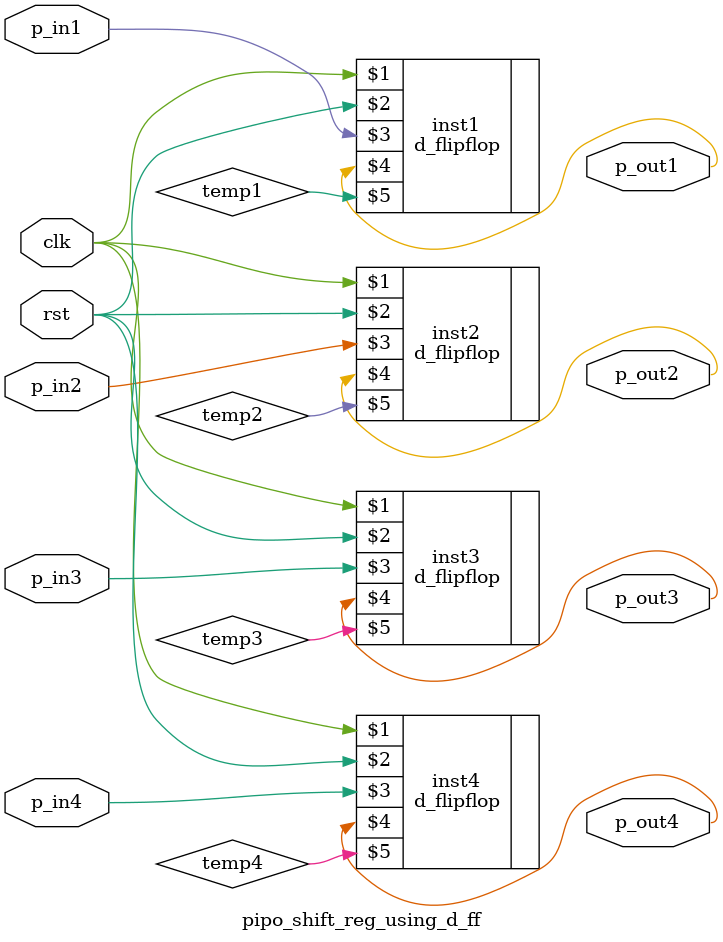
<source format=v>
module pipo_shift_reg_using_d_ff(input clk,rst,p_in1,p_in2,p_in3,p_in4,output p_out1,p_out2,p_out3,p_out4);
	
	d_flipflop inst1(clk,rst,p_in1,p_out1,temp1);
	d_flipflop inst2(clk,rst,p_in2,p_out2,temp2);
	d_flipflop inst3(clk,rst,p_in3,p_out3,temp3);
	d_flipflop inst4(clk,rst,p_in4,p_out4,temp4);
endmodule

</source>
